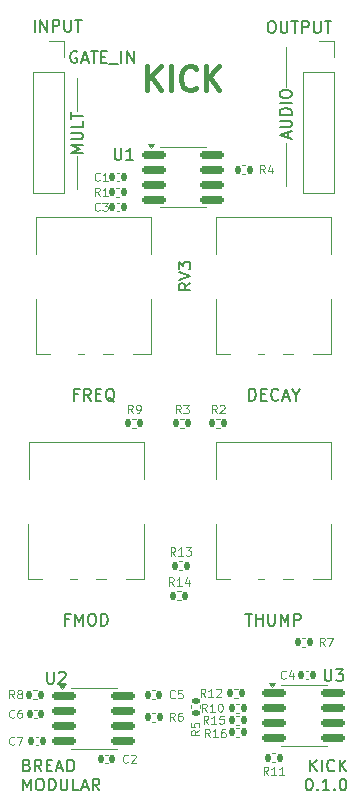
<source format=gbr>
%TF.GenerationSoftware,KiCad,Pcbnew,8.0.5*%
%TF.CreationDate,2024-11-22T15:59:57+05:30*%
%TF.ProjectId,kick,6b69636b-2e6b-4696-9361-645f70636258,rev?*%
%TF.SameCoordinates,Original*%
%TF.FileFunction,Legend,Top*%
%TF.FilePolarity,Positive*%
%FSLAX46Y46*%
G04 Gerber Fmt 4.6, Leading zero omitted, Abs format (unit mm)*
G04 Created by KiCad (PCBNEW 8.0.5) date 2024-11-22 15:59:57*
%MOMM*%
%LPD*%
G01*
G04 APERTURE LIST*
G04 Aperture macros list*
%AMRoundRect*
0 Rectangle with rounded corners*
0 $1 Rounding radius*
0 $2 $3 $4 $5 $6 $7 $8 $9 X,Y pos of 4 corners*
0 Add a 4 corners polygon primitive as box body*
4,1,4,$2,$3,$4,$5,$6,$7,$8,$9,$2,$3,0*
0 Add four circle primitives for the rounded corners*
1,1,$1+$1,$2,$3*
1,1,$1+$1,$4,$5*
1,1,$1+$1,$6,$7*
1,1,$1+$1,$8,$9*
0 Add four rect primitives between the rounded corners*
20,1,$1+$1,$2,$3,$4,$5,0*
20,1,$1+$1,$4,$5,$6,$7,0*
20,1,$1+$1,$6,$7,$8,$9,0*
20,1,$1+$1,$8,$9,$2,$3,0*%
G04 Aperture macros list end*
%ADD10C,0.100000*%
%ADD11C,0.150000*%
%ADD12C,0.200000*%
%ADD13C,0.400000*%
%ADD14C,0.120000*%
%ADD15RoundRect,0.140000X-0.140000X-0.170000X0.140000X-0.170000X0.140000X0.170000X-0.140000X0.170000X0*%
%ADD16O,2.720000X3.240000*%
%ADD17R,1.800000X1.800000*%
%ADD18C,1.800000*%
%ADD19RoundRect,0.135000X-0.135000X-0.185000X0.135000X-0.185000X0.135000X0.185000X-0.135000X0.185000X0*%
%ADD20RoundRect,0.135000X0.135000X0.185000X-0.135000X0.185000X-0.135000X-0.185000X0.135000X-0.185000X0*%
%ADD21RoundRect,0.135000X0.185000X-0.135000X0.185000X0.135000X-0.185000X0.135000X-0.185000X-0.135000X0*%
%ADD22R,1.700000X1.700000*%
%ADD23O,1.700000X1.700000*%
%ADD24RoundRect,0.150000X-0.825000X-0.150000X0.825000X-0.150000X0.825000X0.150000X-0.825000X0.150000X0*%
%ADD25R,2.290000X3.000000*%
%ADD26RoundRect,0.140000X0.140000X0.170000X-0.140000X0.170000X-0.140000X-0.170000X0.140000X-0.170000X0*%
%ADD27R,2.000000X2.000000*%
%ADD28O,2.000000X2.000000*%
G04 APERTURE END LIST*
D10*
X70866000Y-52959000D02*
X70866000Y-56642000D01*
X53213000Y-47498000D02*
X53213000Y-50292000D01*
X70866000Y-48260000D02*
X70866000Y-44831000D01*
X53213000Y-54102000D02*
X53213000Y-56896000D01*
D11*
X67778571Y-74799819D02*
X67778571Y-73799819D01*
X67778571Y-73799819D02*
X68016666Y-73799819D01*
X68016666Y-73799819D02*
X68159523Y-73847438D01*
X68159523Y-73847438D02*
X68254761Y-73942676D01*
X68254761Y-73942676D02*
X68302380Y-74037914D01*
X68302380Y-74037914D02*
X68349999Y-74228390D01*
X68349999Y-74228390D02*
X68349999Y-74371247D01*
X68349999Y-74371247D02*
X68302380Y-74561723D01*
X68302380Y-74561723D02*
X68254761Y-74656961D01*
X68254761Y-74656961D02*
X68159523Y-74752200D01*
X68159523Y-74752200D02*
X68016666Y-74799819D01*
X68016666Y-74799819D02*
X67778571Y-74799819D01*
X68778571Y-74276009D02*
X69111904Y-74276009D01*
X69254761Y-74799819D02*
X68778571Y-74799819D01*
X68778571Y-74799819D02*
X68778571Y-73799819D01*
X68778571Y-73799819D02*
X69254761Y-73799819D01*
X70254761Y-74704580D02*
X70207142Y-74752200D01*
X70207142Y-74752200D02*
X70064285Y-74799819D01*
X70064285Y-74799819D02*
X69969047Y-74799819D01*
X69969047Y-74799819D02*
X69826190Y-74752200D01*
X69826190Y-74752200D02*
X69730952Y-74656961D01*
X69730952Y-74656961D02*
X69683333Y-74561723D01*
X69683333Y-74561723D02*
X69635714Y-74371247D01*
X69635714Y-74371247D02*
X69635714Y-74228390D01*
X69635714Y-74228390D02*
X69683333Y-74037914D01*
X69683333Y-74037914D02*
X69730952Y-73942676D01*
X69730952Y-73942676D02*
X69826190Y-73847438D01*
X69826190Y-73847438D02*
X69969047Y-73799819D01*
X69969047Y-73799819D02*
X70064285Y-73799819D01*
X70064285Y-73799819D02*
X70207142Y-73847438D01*
X70207142Y-73847438D02*
X70254761Y-73895057D01*
X70635714Y-74514104D02*
X71111904Y-74514104D01*
X70540476Y-74799819D02*
X70873809Y-73799819D01*
X70873809Y-73799819D02*
X71207142Y-74799819D01*
X71730952Y-74323628D02*
X71730952Y-74799819D01*
X71397619Y-73799819D02*
X71730952Y-74323628D01*
X71730952Y-74323628D02*
X72064285Y-73799819D01*
X53717819Y-53839856D02*
X52717819Y-53839856D01*
X52717819Y-53839856D02*
X53432104Y-53506523D01*
X53432104Y-53506523D02*
X52717819Y-53173190D01*
X52717819Y-53173190D02*
X53717819Y-53173190D01*
X52717819Y-52696999D02*
X53527342Y-52696999D01*
X53527342Y-52696999D02*
X53622580Y-52649380D01*
X53622580Y-52649380D02*
X53670200Y-52601761D01*
X53670200Y-52601761D02*
X53717819Y-52506523D01*
X53717819Y-52506523D02*
X53717819Y-52316047D01*
X53717819Y-52316047D02*
X53670200Y-52220809D01*
X53670200Y-52220809D02*
X53622580Y-52173190D01*
X53622580Y-52173190D02*
X53527342Y-52125571D01*
X53527342Y-52125571D02*
X52717819Y-52125571D01*
X53717819Y-51173190D02*
X53717819Y-51649380D01*
X53717819Y-51649380D02*
X52717819Y-51649380D01*
X52717819Y-50982713D02*
X52717819Y-50411285D01*
X53717819Y-50696999D02*
X52717819Y-50696999D01*
X71085104Y-52569808D02*
X71085104Y-52093618D01*
X71370819Y-52665046D02*
X70370819Y-52331713D01*
X70370819Y-52331713D02*
X71370819Y-51998380D01*
X70370819Y-51665046D02*
X71180342Y-51665046D01*
X71180342Y-51665046D02*
X71275580Y-51617427D01*
X71275580Y-51617427D02*
X71323200Y-51569808D01*
X71323200Y-51569808D02*
X71370819Y-51474570D01*
X71370819Y-51474570D02*
X71370819Y-51284094D01*
X71370819Y-51284094D02*
X71323200Y-51188856D01*
X71323200Y-51188856D02*
X71275580Y-51141237D01*
X71275580Y-51141237D02*
X71180342Y-51093618D01*
X71180342Y-51093618D02*
X70370819Y-51093618D01*
X71370819Y-50617427D02*
X70370819Y-50617427D01*
X70370819Y-50617427D02*
X70370819Y-50379332D01*
X70370819Y-50379332D02*
X70418438Y-50236475D01*
X70418438Y-50236475D02*
X70513676Y-50141237D01*
X70513676Y-50141237D02*
X70608914Y-50093618D01*
X70608914Y-50093618D02*
X70799390Y-50045999D01*
X70799390Y-50045999D02*
X70942247Y-50045999D01*
X70942247Y-50045999D02*
X71132723Y-50093618D01*
X71132723Y-50093618D02*
X71227961Y-50141237D01*
X71227961Y-50141237D02*
X71323200Y-50236475D01*
X71323200Y-50236475D02*
X71370819Y-50379332D01*
X71370819Y-50379332D02*
X71370819Y-50617427D01*
X71370819Y-49617427D02*
X70370819Y-49617427D01*
X70370819Y-48950761D02*
X70370819Y-48760285D01*
X70370819Y-48760285D02*
X70418438Y-48665047D01*
X70418438Y-48665047D02*
X70513676Y-48569809D01*
X70513676Y-48569809D02*
X70704152Y-48522190D01*
X70704152Y-48522190D02*
X71037485Y-48522190D01*
X71037485Y-48522190D02*
X71227961Y-48569809D01*
X71227961Y-48569809D02*
X71323200Y-48665047D01*
X71323200Y-48665047D02*
X71370819Y-48760285D01*
X71370819Y-48760285D02*
X71370819Y-48950761D01*
X71370819Y-48950761D02*
X71323200Y-49045999D01*
X71323200Y-49045999D02*
X71227961Y-49141237D01*
X71227961Y-49141237D02*
X71037485Y-49188856D01*
X71037485Y-49188856D02*
X70704152Y-49188856D01*
X70704152Y-49188856D02*
X70513676Y-49141237D01*
X70513676Y-49141237D02*
X70418438Y-49045999D01*
X70418438Y-49045999D02*
X70370819Y-48950761D01*
X53276666Y-74276009D02*
X52943333Y-74276009D01*
X52943333Y-74799819D02*
X52943333Y-73799819D01*
X52943333Y-73799819D02*
X53419523Y-73799819D01*
X54371904Y-74799819D02*
X54038571Y-74323628D01*
X53800476Y-74799819D02*
X53800476Y-73799819D01*
X53800476Y-73799819D02*
X54181428Y-73799819D01*
X54181428Y-73799819D02*
X54276666Y-73847438D01*
X54276666Y-73847438D02*
X54324285Y-73895057D01*
X54324285Y-73895057D02*
X54371904Y-73990295D01*
X54371904Y-73990295D02*
X54371904Y-74133152D01*
X54371904Y-74133152D02*
X54324285Y-74228390D01*
X54324285Y-74228390D02*
X54276666Y-74276009D01*
X54276666Y-74276009D02*
X54181428Y-74323628D01*
X54181428Y-74323628D02*
X53800476Y-74323628D01*
X54800476Y-74276009D02*
X55133809Y-74276009D01*
X55276666Y-74799819D02*
X54800476Y-74799819D01*
X54800476Y-74799819D02*
X54800476Y-73799819D01*
X54800476Y-73799819D02*
X55276666Y-73799819D01*
X56371904Y-74895057D02*
X56276666Y-74847438D01*
X56276666Y-74847438D02*
X56181428Y-74752200D01*
X56181428Y-74752200D02*
X56038571Y-74609342D01*
X56038571Y-74609342D02*
X55943333Y-74561723D01*
X55943333Y-74561723D02*
X55848095Y-74561723D01*
X55895714Y-74799819D02*
X55800476Y-74752200D01*
X55800476Y-74752200D02*
X55705238Y-74656961D01*
X55705238Y-74656961D02*
X55657619Y-74466485D01*
X55657619Y-74466485D02*
X55657619Y-74133152D01*
X55657619Y-74133152D02*
X55705238Y-73942676D01*
X55705238Y-73942676D02*
X55800476Y-73847438D01*
X55800476Y-73847438D02*
X55895714Y-73799819D01*
X55895714Y-73799819D02*
X56086190Y-73799819D01*
X56086190Y-73799819D02*
X56181428Y-73847438D01*
X56181428Y-73847438D02*
X56276666Y-73942676D01*
X56276666Y-73942676D02*
X56324285Y-74133152D01*
X56324285Y-74133152D02*
X56324285Y-74466485D01*
X56324285Y-74466485D02*
X56276666Y-74656961D01*
X56276666Y-74656961D02*
X56181428Y-74752200D01*
X56181428Y-74752200D02*
X56086190Y-74799819D01*
X56086190Y-74799819D02*
X55895714Y-74799819D01*
X53184588Y-45272438D02*
X53089350Y-45224819D01*
X53089350Y-45224819D02*
X52946493Y-45224819D01*
X52946493Y-45224819D02*
X52803636Y-45272438D01*
X52803636Y-45272438D02*
X52708398Y-45367676D01*
X52708398Y-45367676D02*
X52660779Y-45462914D01*
X52660779Y-45462914D02*
X52613160Y-45653390D01*
X52613160Y-45653390D02*
X52613160Y-45796247D01*
X52613160Y-45796247D02*
X52660779Y-45986723D01*
X52660779Y-45986723D02*
X52708398Y-46081961D01*
X52708398Y-46081961D02*
X52803636Y-46177200D01*
X52803636Y-46177200D02*
X52946493Y-46224819D01*
X52946493Y-46224819D02*
X53041731Y-46224819D01*
X53041731Y-46224819D02*
X53184588Y-46177200D01*
X53184588Y-46177200D02*
X53232207Y-46129580D01*
X53232207Y-46129580D02*
X53232207Y-45796247D01*
X53232207Y-45796247D02*
X53041731Y-45796247D01*
X53613160Y-45939104D02*
X54089350Y-45939104D01*
X53517922Y-46224819D02*
X53851255Y-45224819D01*
X53851255Y-45224819D02*
X54184588Y-46224819D01*
X54375065Y-45224819D02*
X54946493Y-45224819D01*
X54660779Y-46224819D02*
X54660779Y-45224819D01*
X55279827Y-45701009D02*
X55613160Y-45701009D01*
X55756017Y-46224819D02*
X55279827Y-46224819D01*
X55279827Y-46224819D02*
X55279827Y-45224819D01*
X55279827Y-45224819D02*
X55756017Y-45224819D01*
X55946494Y-46320057D02*
X56708398Y-46320057D01*
X56946494Y-46224819D02*
X56946494Y-45224819D01*
X57422684Y-46224819D02*
X57422684Y-45224819D01*
X57422684Y-45224819D02*
X57994112Y-46224819D01*
X57994112Y-46224819D02*
X57994112Y-45224819D01*
X49612779Y-43557819D02*
X49612779Y-42557819D01*
X50088969Y-43557819D02*
X50088969Y-42557819D01*
X50088969Y-42557819D02*
X50660397Y-43557819D01*
X50660397Y-43557819D02*
X50660397Y-42557819D01*
X51136588Y-43557819D02*
X51136588Y-42557819D01*
X51136588Y-42557819D02*
X51517540Y-42557819D01*
X51517540Y-42557819D02*
X51612778Y-42605438D01*
X51612778Y-42605438D02*
X51660397Y-42653057D01*
X51660397Y-42653057D02*
X51708016Y-42748295D01*
X51708016Y-42748295D02*
X51708016Y-42891152D01*
X51708016Y-42891152D02*
X51660397Y-42986390D01*
X51660397Y-42986390D02*
X51612778Y-43034009D01*
X51612778Y-43034009D02*
X51517540Y-43081628D01*
X51517540Y-43081628D02*
X51136588Y-43081628D01*
X52136588Y-42557819D02*
X52136588Y-43367342D01*
X52136588Y-43367342D02*
X52184207Y-43462580D01*
X52184207Y-43462580D02*
X52231826Y-43510200D01*
X52231826Y-43510200D02*
X52327064Y-43557819D01*
X52327064Y-43557819D02*
X52517540Y-43557819D01*
X52517540Y-43557819D02*
X52612778Y-43510200D01*
X52612778Y-43510200D02*
X52660397Y-43462580D01*
X52660397Y-43462580D02*
X52708016Y-43367342D01*
X52708016Y-43367342D02*
X52708016Y-42557819D01*
X53041350Y-42557819D02*
X53612778Y-42557819D01*
X53327064Y-43557819D02*
X53327064Y-42557819D01*
D12*
X72957327Y-106207275D02*
X72957327Y-105207275D01*
X73528755Y-106207275D02*
X73100184Y-105635846D01*
X73528755Y-105207275D02*
X72957327Y-105778703D01*
X73957327Y-106207275D02*
X73957327Y-105207275D01*
X75004945Y-106112036D02*
X74957326Y-106159656D01*
X74957326Y-106159656D02*
X74814469Y-106207275D01*
X74814469Y-106207275D02*
X74719231Y-106207275D01*
X74719231Y-106207275D02*
X74576374Y-106159656D01*
X74576374Y-106159656D02*
X74481136Y-106064417D01*
X74481136Y-106064417D02*
X74433517Y-105969179D01*
X74433517Y-105969179D02*
X74385898Y-105778703D01*
X74385898Y-105778703D02*
X74385898Y-105635846D01*
X74385898Y-105635846D02*
X74433517Y-105445370D01*
X74433517Y-105445370D02*
X74481136Y-105350132D01*
X74481136Y-105350132D02*
X74576374Y-105254894D01*
X74576374Y-105254894D02*
X74719231Y-105207275D01*
X74719231Y-105207275D02*
X74814469Y-105207275D01*
X74814469Y-105207275D02*
X74957326Y-105254894D01*
X74957326Y-105254894D02*
X75004945Y-105302513D01*
X75433517Y-106207275D02*
X75433517Y-105207275D01*
X76004945Y-106207275D02*
X75576374Y-105635846D01*
X76004945Y-105207275D02*
X75433517Y-105778703D01*
X72814470Y-106817219D02*
X72909708Y-106817219D01*
X72909708Y-106817219D02*
X73004946Y-106864838D01*
X73004946Y-106864838D02*
X73052565Y-106912457D01*
X73052565Y-106912457D02*
X73100184Y-107007695D01*
X73100184Y-107007695D02*
X73147803Y-107198171D01*
X73147803Y-107198171D02*
X73147803Y-107436266D01*
X73147803Y-107436266D02*
X73100184Y-107626742D01*
X73100184Y-107626742D02*
X73052565Y-107721980D01*
X73052565Y-107721980D02*
X73004946Y-107769600D01*
X73004946Y-107769600D02*
X72909708Y-107817219D01*
X72909708Y-107817219D02*
X72814470Y-107817219D01*
X72814470Y-107817219D02*
X72719232Y-107769600D01*
X72719232Y-107769600D02*
X72671613Y-107721980D01*
X72671613Y-107721980D02*
X72623994Y-107626742D01*
X72623994Y-107626742D02*
X72576375Y-107436266D01*
X72576375Y-107436266D02*
X72576375Y-107198171D01*
X72576375Y-107198171D02*
X72623994Y-107007695D01*
X72623994Y-107007695D02*
X72671613Y-106912457D01*
X72671613Y-106912457D02*
X72719232Y-106864838D01*
X72719232Y-106864838D02*
X72814470Y-106817219D01*
X73576375Y-107721980D02*
X73623994Y-107769600D01*
X73623994Y-107769600D02*
X73576375Y-107817219D01*
X73576375Y-107817219D02*
X73528756Y-107769600D01*
X73528756Y-107769600D02*
X73576375Y-107721980D01*
X73576375Y-107721980D02*
X73576375Y-107817219D01*
X74576374Y-107817219D02*
X74004946Y-107817219D01*
X74290660Y-107817219D02*
X74290660Y-106817219D01*
X74290660Y-106817219D02*
X74195422Y-106960076D01*
X74195422Y-106960076D02*
X74100184Y-107055314D01*
X74100184Y-107055314D02*
X74004946Y-107102933D01*
X75004946Y-107721980D02*
X75052565Y-107769600D01*
X75052565Y-107769600D02*
X75004946Y-107817219D01*
X75004946Y-107817219D02*
X74957327Y-107769600D01*
X74957327Y-107769600D02*
X75004946Y-107721980D01*
X75004946Y-107721980D02*
X75004946Y-107817219D01*
X75671612Y-106817219D02*
X75766850Y-106817219D01*
X75766850Y-106817219D02*
X75862088Y-106864838D01*
X75862088Y-106864838D02*
X75909707Y-106912457D01*
X75909707Y-106912457D02*
X75957326Y-107007695D01*
X75957326Y-107007695D02*
X76004945Y-107198171D01*
X76004945Y-107198171D02*
X76004945Y-107436266D01*
X76004945Y-107436266D02*
X75957326Y-107626742D01*
X75957326Y-107626742D02*
X75909707Y-107721980D01*
X75909707Y-107721980D02*
X75862088Y-107769600D01*
X75862088Y-107769600D02*
X75766850Y-107817219D01*
X75766850Y-107817219D02*
X75671612Y-107817219D01*
X75671612Y-107817219D02*
X75576374Y-107769600D01*
X75576374Y-107769600D02*
X75528755Y-107721980D01*
X75528755Y-107721980D02*
X75481136Y-107626742D01*
X75481136Y-107626742D02*
X75433517Y-107436266D01*
X75433517Y-107436266D02*
X75433517Y-107198171D01*
X75433517Y-107198171D02*
X75481136Y-107007695D01*
X75481136Y-107007695D02*
X75528755Y-106912457D01*
X75528755Y-106912457D02*
X75576374Y-106864838D01*
X75576374Y-106864838D02*
X75671612Y-106817219D01*
D13*
X59159347Y-48502438D02*
X59159347Y-46502438D01*
X60302204Y-48502438D02*
X59445061Y-47359580D01*
X60302204Y-46502438D02*
X59159347Y-47645295D01*
X61159347Y-48502438D02*
X61159347Y-46502438D01*
X63254585Y-48311961D02*
X63159347Y-48407200D01*
X63159347Y-48407200D02*
X62873633Y-48502438D01*
X62873633Y-48502438D02*
X62683157Y-48502438D01*
X62683157Y-48502438D02*
X62397442Y-48407200D01*
X62397442Y-48407200D02*
X62206966Y-48216723D01*
X62206966Y-48216723D02*
X62111728Y-48026247D01*
X62111728Y-48026247D02*
X62016490Y-47645295D01*
X62016490Y-47645295D02*
X62016490Y-47359580D01*
X62016490Y-47359580D02*
X62111728Y-46978628D01*
X62111728Y-46978628D02*
X62206966Y-46788152D01*
X62206966Y-46788152D02*
X62397442Y-46597676D01*
X62397442Y-46597676D02*
X62683157Y-46502438D01*
X62683157Y-46502438D02*
X62873633Y-46502438D01*
X62873633Y-46502438D02*
X63159347Y-46597676D01*
X63159347Y-46597676D02*
X63254585Y-46692914D01*
X64111728Y-48502438D02*
X64111728Y-46502438D01*
X65254585Y-48502438D02*
X64397442Y-47359580D01*
X65254585Y-46502438D02*
X64111728Y-47645295D01*
D11*
X52522619Y-93326009D02*
X52189286Y-93326009D01*
X52189286Y-93849819D02*
X52189286Y-92849819D01*
X52189286Y-92849819D02*
X52665476Y-92849819D01*
X53046429Y-93849819D02*
X53046429Y-92849819D01*
X53046429Y-92849819D02*
X53379762Y-93564104D01*
X53379762Y-93564104D02*
X53713095Y-92849819D01*
X53713095Y-92849819D02*
X53713095Y-93849819D01*
X54379762Y-92849819D02*
X54570238Y-92849819D01*
X54570238Y-92849819D02*
X54665476Y-92897438D01*
X54665476Y-92897438D02*
X54760714Y-92992676D01*
X54760714Y-92992676D02*
X54808333Y-93183152D01*
X54808333Y-93183152D02*
X54808333Y-93516485D01*
X54808333Y-93516485D02*
X54760714Y-93706961D01*
X54760714Y-93706961D02*
X54665476Y-93802200D01*
X54665476Y-93802200D02*
X54570238Y-93849819D01*
X54570238Y-93849819D02*
X54379762Y-93849819D01*
X54379762Y-93849819D02*
X54284524Y-93802200D01*
X54284524Y-93802200D02*
X54189286Y-93706961D01*
X54189286Y-93706961D02*
X54141667Y-93516485D01*
X54141667Y-93516485D02*
X54141667Y-93183152D01*
X54141667Y-93183152D02*
X54189286Y-92992676D01*
X54189286Y-92992676D02*
X54284524Y-92897438D01*
X54284524Y-92897438D02*
X54379762Y-92849819D01*
X55236905Y-93849819D02*
X55236905Y-92849819D01*
X55236905Y-92849819D02*
X55475000Y-92849819D01*
X55475000Y-92849819D02*
X55617857Y-92897438D01*
X55617857Y-92897438D02*
X55713095Y-92992676D01*
X55713095Y-92992676D02*
X55760714Y-93087914D01*
X55760714Y-93087914D02*
X55808333Y-93278390D01*
X55808333Y-93278390D02*
X55808333Y-93421247D01*
X55808333Y-93421247D02*
X55760714Y-93611723D01*
X55760714Y-93611723D02*
X55713095Y-93706961D01*
X55713095Y-93706961D02*
X55617857Y-93802200D01*
X55617857Y-93802200D02*
X55475000Y-93849819D01*
X55475000Y-93849819D02*
X55236905Y-93849819D01*
X69593220Y-42684819D02*
X69783696Y-42684819D01*
X69783696Y-42684819D02*
X69878934Y-42732438D01*
X69878934Y-42732438D02*
X69974172Y-42827676D01*
X69974172Y-42827676D02*
X70021791Y-43018152D01*
X70021791Y-43018152D02*
X70021791Y-43351485D01*
X70021791Y-43351485D02*
X69974172Y-43541961D01*
X69974172Y-43541961D02*
X69878934Y-43637200D01*
X69878934Y-43637200D02*
X69783696Y-43684819D01*
X69783696Y-43684819D02*
X69593220Y-43684819D01*
X69593220Y-43684819D02*
X69497982Y-43637200D01*
X69497982Y-43637200D02*
X69402744Y-43541961D01*
X69402744Y-43541961D02*
X69355125Y-43351485D01*
X69355125Y-43351485D02*
X69355125Y-43018152D01*
X69355125Y-43018152D02*
X69402744Y-42827676D01*
X69402744Y-42827676D02*
X69497982Y-42732438D01*
X69497982Y-42732438D02*
X69593220Y-42684819D01*
X70450363Y-42684819D02*
X70450363Y-43494342D01*
X70450363Y-43494342D02*
X70497982Y-43589580D01*
X70497982Y-43589580D02*
X70545601Y-43637200D01*
X70545601Y-43637200D02*
X70640839Y-43684819D01*
X70640839Y-43684819D02*
X70831315Y-43684819D01*
X70831315Y-43684819D02*
X70926553Y-43637200D01*
X70926553Y-43637200D02*
X70974172Y-43589580D01*
X70974172Y-43589580D02*
X71021791Y-43494342D01*
X71021791Y-43494342D02*
X71021791Y-42684819D01*
X71355125Y-42684819D02*
X71926553Y-42684819D01*
X71640839Y-43684819D02*
X71640839Y-42684819D01*
X72259887Y-43684819D02*
X72259887Y-42684819D01*
X72259887Y-42684819D02*
X72640839Y-42684819D01*
X72640839Y-42684819D02*
X72736077Y-42732438D01*
X72736077Y-42732438D02*
X72783696Y-42780057D01*
X72783696Y-42780057D02*
X72831315Y-42875295D01*
X72831315Y-42875295D02*
X72831315Y-43018152D01*
X72831315Y-43018152D02*
X72783696Y-43113390D01*
X72783696Y-43113390D02*
X72736077Y-43161009D01*
X72736077Y-43161009D02*
X72640839Y-43208628D01*
X72640839Y-43208628D02*
X72259887Y-43208628D01*
X73259887Y-42684819D02*
X73259887Y-43494342D01*
X73259887Y-43494342D02*
X73307506Y-43589580D01*
X73307506Y-43589580D02*
X73355125Y-43637200D01*
X73355125Y-43637200D02*
X73450363Y-43684819D01*
X73450363Y-43684819D02*
X73640839Y-43684819D01*
X73640839Y-43684819D02*
X73736077Y-43637200D01*
X73736077Y-43637200D02*
X73783696Y-43589580D01*
X73783696Y-43589580D02*
X73831315Y-43494342D01*
X73831315Y-43494342D02*
X73831315Y-42684819D01*
X74164649Y-42684819D02*
X74736077Y-42684819D01*
X74450363Y-43684819D02*
X74450363Y-42684819D01*
X67445238Y-92849819D02*
X68016666Y-92849819D01*
X67730952Y-93849819D02*
X67730952Y-92849819D01*
X68350000Y-93849819D02*
X68350000Y-92849819D01*
X68350000Y-93326009D02*
X68921428Y-93326009D01*
X68921428Y-93849819D02*
X68921428Y-92849819D01*
X69397619Y-92849819D02*
X69397619Y-93659342D01*
X69397619Y-93659342D02*
X69445238Y-93754580D01*
X69445238Y-93754580D02*
X69492857Y-93802200D01*
X69492857Y-93802200D02*
X69588095Y-93849819D01*
X69588095Y-93849819D02*
X69778571Y-93849819D01*
X69778571Y-93849819D02*
X69873809Y-93802200D01*
X69873809Y-93802200D02*
X69921428Y-93754580D01*
X69921428Y-93754580D02*
X69969047Y-93659342D01*
X69969047Y-93659342D02*
X69969047Y-92849819D01*
X70445238Y-93849819D02*
X70445238Y-92849819D01*
X70445238Y-92849819D02*
X70778571Y-93564104D01*
X70778571Y-93564104D02*
X71111904Y-92849819D01*
X71111904Y-92849819D02*
X71111904Y-93849819D01*
X71588095Y-93849819D02*
X71588095Y-92849819D01*
X71588095Y-92849819D02*
X71969047Y-92849819D01*
X71969047Y-92849819D02*
X72064285Y-92897438D01*
X72064285Y-92897438D02*
X72111904Y-92945057D01*
X72111904Y-92945057D02*
X72159523Y-93040295D01*
X72159523Y-93040295D02*
X72159523Y-93183152D01*
X72159523Y-93183152D02*
X72111904Y-93278390D01*
X72111904Y-93278390D02*
X72064285Y-93326009D01*
X72064285Y-93326009D02*
X71969047Y-93373628D01*
X71969047Y-93373628D02*
X71588095Y-93373628D01*
D12*
X48963006Y-105683465D02*
X49105863Y-105731084D01*
X49105863Y-105731084D02*
X49153482Y-105778703D01*
X49153482Y-105778703D02*
X49201101Y-105873941D01*
X49201101Y-105873941D02*
X49201101Y-106016798D01*
X49201101Y-106016798D02*
X49153482Y-106112036D01*
X49153482Y-106112036D02*
X49105863Y-106159656D01*
X49105863Y-106159656D02*
X49010625Y-106207275D01*
X49010625Y-106207275D02*
X48629673Y-106207275D01*
X48629673Y-106207275D02*
X48629673Y-105207275D01*
X48629673Y-105207275D02*
X48963006Y-105207275D01*
X48963006Y-105207275D02*
X49058244Y-105254894D01*
X49058244Y-105254894D02*
X49105863Y-105302513D01*
X49105863Y-105302513D02*
X49153482Y-105397751D01*
X49153482Y-105397751D02*
X49153482Y-105492989D01*
X49153482Y-105492989D02*
X49105863Y-105588227D01*
X49105863Y-105588227D02*
X49058244Y-105635846D01*
X49058244Y-105635846D02*
X48963006Y-105683465D01*
X48963006Y-105683465D02*
X48629673Y-105683465D01*
X50201101Y-106207275D02*
X49867768Y-105731084D01*
X49629673Y-106207275D02*
X49629673Y-105207275D01*
X49629673Y-105207275D02*
X50010625Y-105207275D01*
X50010625Y-105207275D02*
X50105863Y-105254894D01*
X50105863Y-105254894D02*
X50153482Y-105302513D01*
X50153482Y-105302513D02*
X50201101Y-105397751D01*
X50201101Y-105397751D02*
X50201101Y-105540608D01*
X50201101Y-105540608D02*
X50153482Y-105635846D01*
X50153482Y-105635846D02*
X50105863Y-105683465D01*
X50105863Y-105683465D02*
X50010625Y-105731084D01*
X50010625Y-105731084D02*
X49629673Y-105731084D01*
X50629673Y-105683465D02*
X50963006Y-105683465D01*
X51105863Y-106207275D02*
X50629673Y-106207275D01*
X50629673Y-106207275D02*
X50629673Y-105207275D01*
X50629673Y-105207275D02*
X51105863Y-105207275D01*
X51486816Y-105921560D02*
X51963006Y-105921560D01*
X51391578Y-106207275D02*
X51724911Y-105207275D01*
X51724911Y-105207275D02*
X52058244Y-106207275D01*
X52391578Y-106207275D02*
X52391578Y-105207275D01*
X52391578Y-105207275D02*
X52629673Y-105207275D01*
X52629673Y-105207275D02*
X52772530Y-105254894D01*
X52772530Y-105254894D02*
X52867768Y-105350132D01*
X52867768Y-105350132D02*
X52915387Y-105445370D01*
X52915387Y-105445370D02*
X52963006Y-105635846D01*
X52963006Y-105635846D02*
X52963006Y-105778703D01*
X52963006Y-105778703D02*
X52915387Y-105969179D01*
X52915387Y-105969179D02*
X52867768Y-106064417D01*
X52867768Y-106064417D02*
X52772530Y-106159656D01*
X52772530Y-106159656D02*
X52629673Y-106207275D01*
X52629673Y-106207275D02*
X52391578Y-106207275D01*
X48629673Y-107817219D02*
X48629673Y-106817219D01*
X48629673Y-106817219D02*
X48963006Y-107531504D01*
X48963006Y-107531504D02*
X49296339Y-106817219D01*
X49296339Y-106817219D02*
X49296339Y-107817219D01*
X49963006Y-106817219D02*
X50153482Y-106817219D01*
X50153482Y-106817219D02*
X50248720Y-106864838D01*
X50248720Y-106864838D02*
X50343958Y-106960076D01*
X50343958Y-106960076D02*
X50391577Y-107150552D01*
X50391577Y-107150552D02*
X50391577Y-107483885D01*
X50391577Y-107483885D02*
X50343958Y-107674361D01*
X50343958Y-107674361D02*
X50248720Y-107769600D01*
X50248720Y-107769600D02*
X50153482Y-107817219D01*
X50153482Y-107817219D02*
X49963006Y-107817219D01*
X49963006Y-107817219D02*
X49867768Y-107769600D01*
X49867768Y-107769600D02*
X49772530Y-107674361D01*
X49772530Y-107674361D02*
X49724911Y-107483885D01*
X49724911Y-107483885D02*
X49724911Y-107150552D01*
X49724911Y-107150552D02*
X49772530Y-106960076D01*
X49772530Y-106960076D02*
X49867768Y-106864838D01*
X49867768Y-106864838D02*
X49963006Y-106817219D01*
X50820149Y-107817219D02*
X50820149Y-106817219D01*
X50820149Y-106817219D02*
X51058244Y-106817219D01*
X51058244Y-106817219D02*
X51201101Y-106864838D01*
X51201101Y-106864838D02*
X51296339Y-106960076D01*
X51296339Y-106960076D02*
X51343958Y-107055314D01*
X51343958Y-107055314D02*
X51391577Y-107245790D01*
X51391577Y-107245790D02*
X51391577Y-107388647D01*
X51391577Y-107388647D02*
X51343958Y-107579123D01*
X51343958Y-107579123D02*
X51296339Y-107674361D01*
X51296339Y-107674361D02*
X51201101Y-107769600D01*
X51201101Y-107769600D02*
X51058244Y-107817219D01*
X51058244Y-107817219D02*
X50820149Y-107817219D01*
X51820149Y-106817219D02*
X51820149Y-107626742D01*
X51820149Y-107626742D02*
X51867768Y-107721980D01*
X51867768Y-107721980D02*
X51915387Y-107769600D01*
X51915387Y-107769600D02*
X52010625Y-107817219D01*
X52010625Y-107817219D02*
X52201101Y-107817219D01*
X52201101Y-107817219D02*
X52296339Y-107769600D01*
X52296339Y-107769600D02*
X52343958Y-107721980D01*
X52343958Y-107721980D02*
X52391577Y-107626742D01*
X52391577Y-107626742D02*
X52391577Y-106817219D01*
X53343958Y-107817219D02*
X52867768Y-107817219D01*
X52867768Y-107817219D02*
X52867768Y-106817219D01*
X53629673Y-107531504D02*
X54105863Y-107531504D01*
X53534435Y-107817219D02*
X53867768Y-106817219D01*
X53867768Y-106817219D02*
X54201101Y-107817219D01*
X55105863Y-107817219D02*
X54772530Y-107341028D01*
X54534435Y-107817219D02*
X54534435Y-106817219D01*
X54534435Y-106817219D02*
X54915387Y-106817219D01*
X54915387Y-106817219D02*
X55010625Y-106864838D01*
X55010625Y-106864838D02*
X55058244Y-106912457D01*
X55058244Y-106912457D02*
X55105863Y-107007695D01*
X55105863Y-107007695D02*
X55105863Y-107150552D01*
X55105863Y-107150552D02*
X55058244Y-107245790D01*
X55058244Y-107245790D02*
X55010625Y-107293409D01*
X55010625Y-107293409D02*
X54915387Y-107341028D01*
X54915387Y-107341028D02*
X54534435Y-107341028D01*
D10*
X61478333Y-99946966D02*
X61445000Y-99980300D01*
X61445000Y-99980300D02*
X61345000Y-100013633D01*
X61345000Y-100013633D02*
X61278333Y-100013633D01*
X61278333Y-100013633D02*
X61178333Y-99980300D01*
X61178333Y-99980300D02*
X61111667Y-99913633D01*
X61111667Y-99913633D02*
X61078333Y-99846966D01*
X61078333Y-99846966D02*
X61045000Y-99713633D01*
X61045000Y-99713633D02*
X61045000Y-99613633D01*
X61045000Y-99613633D02*
X61078333Y-99480300D01*
X61078333Y-99480300D02*
X61111667Y-99413633D01*
X61111667Y-99413633D02*
X61178333Y-99346966D01*
X61178333Y-99346966D02*
X61278333Y-99313633D01*
X61278333Y-99313633D02*
X61345000Y-99313633D01*
X61345000Y-99313633D02*
X61445000Y-99346966D01*
X61445000Y-99346966D02*
X61478333Y-99380300D01*
X62111667Y-99313633D02*
X61778333Y-99313633D01*
X61778333Y-99313633D02*
X61745000Y-99646966D01*
X61745000Y-99646966D02*
X61778333Y-99613633D01*
X61778333Y-99613633D02*
X61845000Y-99580300D01*
X61845000Y-99580300D02*
X62011667Y-99580300D01*
X62011667Y-99580300D02*
X62078333Y-99613633D01*
X62078333Y-99613633D02*
X62111667Y-99646966D01*
X62111667Y-99646966D02*
X62145000Y-99713633D01*
X62145000Y-99713633D02*
X62145000Y-99880300D01*
X62145000Y-99880300D02*
X62111667Y-99946966D01*
X62111667Y-99946966D02*
X62078333Y-99980300D01*
X62078333Y-99980300D02*
X62011667Y-100013633D01*
X62011667Y-100013633D02*
X61845000Y-100013633D01*
X61845000Y-100013633D02*
X61778333Y-99980300D01*
X61778333Y-99980300D02*
X61745000Y-99946966D01*
X47889333Y-103883966D02*
X47856000Y-103917300D01*
X47856000Y-103917300D02*
X47756000Y-103950633D01*
X47756000Y-103950633D02*
X47689333Y-103950633D01*
X47689333Y-103950633D02*
X47589333Y-103917300D01*
X47589333Y-103917300D02*
X47522667Y-103850633D01*
X47522667Y-103850633D02*
X47489333Y-103783966D01*
X47489333Y-103783966D02*
X47456000Y-103650633D01*
X47456000Y-103650633D02*
X47456000Y-103550633D01*
X47456000Y-103550633D02*
X47489333Y-103417300D01*
X47489333Y-103417300D02*
X47522667Y-103350633D01*
X47522667Y-103350633D02*
X47589333Y-103283966D01*
X47589333Y-103283966D02*
X47689333Y-103250633D01*
X47689333Y-103250633D02*
X47756000Y-103250633D01*
X47756000Y-103250633D02*
X47856000Y-103283966D01*
X47856000Y-103283966D02*
X47889333Y-103317300D01*
X48122667Y-103250633D02*
X48589333Y-103250633D01*
X48589333Y-103250633D02*
X48289333Y-103950633D01*
X69399999Y-106490633D02*
X69166666Y-106157300D01*
X68999999Y-106490633D02*
X68999999Y-105790633D01*
X68999999Y-105790633D02*
X69266666Y-105790633D01*
X69266666Y-105790633D02*
X69333333Y-105823966D01*
X69333333Y-105823966D02*
X69366666Y-105857300D01*
X69366666Y-105857300D02*
X69399999Y-105923966D01*
X69399999Y-105923966D02*
X69399999Y-106023966D01*
X69399999Y-106023966D02*
X69366666Y-106090633D01*
X69366666Y-106090633D02*
X69333333Y-106123966D01*
X69333333Y-106123966D02*
X69266666Y-106157300D01*
X69266666Y-106157300D02*
X68999999Y-106157300D01*
X70066666Y-106490633D02*
X69666666Y-106490633D01*
X69866666Y-106490633D02*
X69866666Y-105790633D01*
X69866666Y-105790633D02*
X69799999Y-105890633D01*
X69799999Y-105890633D02*
X69733333Y-105957300D01*
X69733333Y-105957300D02*
X69666666Y-105990633D01*
X70733333Y-106490633D02*
X70333333Y-106490633D01*
X70533333Y-106490633D02*
X70533333Y-105790633D01*
X70533333Y-105790633D02*
X70466666Y-105890633D01*
X70466666Y-105890633D02*
X70400000Y-105957300D01*
X70400000Y-105957300D02*
X70333333Y-105990633D01*
X64446999Y-103315633D02*
X64213666Y-102982300D01*
X64046999Y-103315633D02*
X64046999Y-102615633D01*
X64046999Y-102615633D02*
X64313666Y-102615633D01*
X64313666Y-102615633D02*
X64380333Y-102648966D01*
X64380333Y-102648966D02*
X64413666Y-102682300D01*
X64413666Y-102682300D02*
X64446999Y-102748966D01*
X64446999Y-102748966D02*
X64446999Y-102848966D01*
X64446999Y-102848966D02*
X64413666Y-102915633D01*
X64413666Y-102915633D02*
X64380333Y-102948966D01*
X64380333Y-102948966D02*
X64313666Y-102982300D01*
X64313666Y-102982300D02*
X64046999Y-102982300D01*
X65113666Y-103315633D02*
X64713666Y-103315633D01*
X64913666Y-103315633D02*
X64913666Y-102615633D01*
X64913666Y-102615633D02*
X64846999Y-102715633D01*
X64846999Y-102715633D02*
X64780333Y-102782300D01*
X64780333Y-102782300D02*
X64713666Y-102815633D01*
X65713666Y-102615633D02*
X65580333Y-102615633D01*
X65580333Y-102615633D02*
X65513666Y-102648966D01*
X65513666Y-102648966D02*
X65480333Y-102682300D01*
X65480333Y-102682300D02*
X65413666Y-102782300D01*
X65413666Y-102782300D02*
X65380333Y-102915633D01*
X65380333Y-102915633D02*
X65380333Y-103182300D01*
X65380333Y-103182300D02*
X65413666Y-103248966D01*
X65413666Y-103248966D02*
X65447000Y-103282300D01*
X65447000Y-103282300D02*
X65513666Y-103315633D01*
X65513666Y-103315633D02*
X65647000Y-103315633D01*
X65647000Y-103315633D02*
X65713666Y-103282300D01*
X65713666Y-103282300D02*
X65747000Y-103248966D01*
X65747000Y-103248966D02*
X65780333Y-103182300D01*
X65780333Y-103182300D02*
X65780333Y-103015633D01*
X65780333Y-103015633D02*
X65747000Y-102948966D01*
X65747000Y-102948966D02*
X65713666Y-102915633D01*
X65713666Y-102915633D02*
X65647000Y-102882300D01*
X65647000Y-102882300D02*
X65513666Y-102882300D01*
X65513666Y-102882300D02*
X65447000Y-102915633D01*
X65447000Y-102915633D02*
X65413666Y-102948966D01*
X65413666Y-102948966D02*
X65380333Y-103015633D01*
X63564633Y-102736666D02*
X63231300Y-102969999D01*
X63564633Y-103136666D02*
X62864633Y-103136666D01*
X62864633Y-103136666D02*
X62864633Y-102869999D01*
X62864633Y-102869999D02*
X62897966Y-102803333D01*
X62897966Y-102803333D02*
X62931300Y-102769999D01*
X62931300Y-102769999D02*
X62997966Y-102736666D01*
X62997966Y-102736666D02*
X63097966Y-102736666D01*
X63097966Y-102736666D02*
X63164633Y-102769999D01*
X63164633Y-102769999D02*
X63197966Y-102803333D01*
X63197966Y-102803333D02*
X63231300Y-102869999D01*
X63231300Y-102869999D02*
X63231300Y-103136666D01*
X62864633Y-102103333D02*
X62864633Y-102436666D01*
X62864633Y-102436666D02*
X63197966Y-102469999D01*
X63197966Y-102469999D02*
X63164633Y-102436666D01*
X63164633Y-102436666D02*
X63131300Y-102369999D01*
X63131300Y-102369999D02*
X63131300Y-102203333D01*
X63131300Y-102203333D02*
X63164633Y-102136666D01*
X63164633Y-102136666D02*
X63197966Y-102103333D01*
X63197966Y-102103333D02*
X63264633Y-102069999D01*
X63264633Y-102069999D02*
X63431300Y-102069999D01*
X63431300Y-102069999D02*
X63497966Y-102103333D01*
X63497966Y-102103333D02*
X63531300Y-102136666D01*
X63531300Y-102136666D02*
X63564633Y-102203333D01*
X63564633Y-102203333D02*
X63564633Y-102369999D01*
X63564633Y-102369999D02*
X63531300Y-102436666D01*
X63531300Y-102436666D02*
X63497966Y-102469999D01*
D11*
X56388095Y-53429819D02*
X56388095Y-54239342D01*
X56388095Y-54239342D02*
X56435714Y-54334580D01*
X56435714Y-54334580D02*
X56483333Y-54382200D01*
X56483333Y-54382200D02*
X56578571Y-54429819D01*
X56578571Y-54429819D02*
X56769047Y-54429819D01*
X56769047Y-54429819D02*
X56864285Y-54382200D01*
X56864285Y-54382200D02*
X56911904Y-54334580D01*
X56911904Y-54334580D02*
X56959523Y-54239342D01*
X56959523Y-54239342D02*
X56959523Y-53429819D01*
X57959523Y-54429819D02*
X57388095Y-54429819D01*
X57673809Y-54429819D02*
X57673809Y-53429819D01*
X57673809Y-53429819D02*
X57578571Y-53572676D01*
X57578571Y-53572676D02*
X57483333Y-53667914D01*
X57483333Y-53667914D02*
X57388095Y-53715533D01*
D10*
X61400999Y-90461633D02*
X61167666Y-90128300D01*
X61000999Y-90461633D02*
X61000999Y-89761633D01*
X61000999Y-89761633D02*
X61267666Y-89761633D01*
X61267666Y-89761633D02*
X61334333Y-89794966D01*
X61334333Y-89794966D02*
X61367666Y-89828300D01*
X61367666Y-89828300D02*
X61400999Y-89894966D01*
X61400999Y-89894966D02*
X61400999Y-89994966D01*
X61400999Y-89994966D02*
X61367666Y-90061633D01*
X61367666Y-90061633D02*
X61334333Y-90094966D01*
X61334333Y-90094966D02*
X61267666Y-90128300D01*
X61267666Y-90128300D02*
X61000999Y-90128300D01*
X62067666Y-90461633D02*
X61667666Y-90461633D01*
X61867666Y-90461633D02*
X61867666Y-89761633D01*
X61867666Y-89761633D02*
X61800999Y-89861633D01*
X61800999Y-89861633D02*
X61734333Y-89928300D01*
X61734333Y-89928300D02*
X61667666Y-89961633D01*
X62667666Y-89994966D02*
X62667666Y-90461633D01*
X62501000Y-89728300D02*
X62334333Y-90228300D01*
X62334333Y-90228300D02*
X62767666Y-90228300D01*
D11*
X62804819Y-64860238D02*
X62328628Y-65193571D01*
X62804819Y-65431666D02*
X61804819Y-65431666D01*
X61804819Y-65431666D02*
X61804819Y-65050714D01*
X61804819Y-65050714D02*
X61852438Y-64955476D01*
X61852438Y-64955476D02*
X61900057Y-64907857D01*
X61900057Y-64907857D02*
X61995295Y-64860238D01*
X61995295Y-64860238D02*
X62138152Y-64860238D01*
X62138152Y-64860238D02*
X62233390Y-64907857D01*
X62233390Y-64907857D02*
X62281009Y-64955476D01*
X62281009Y-64955476D02*
X62328628Y-65050714D01*
X62328628Y-65050714D02*
X62328628Y-65431666D01*
X61804819Y-64574523D02*
X62804819Y-64241190D01*
X62804819Y-64241190D02*
X61804819Y-63907857D01*
X61804819Y-63669761D02*
X61804819Y-63050714D01*
X61804819Y-63050714D02*
X62185771Y-63384047D01*
X62185771Y-63384047D02*
X62185771Y-63241190D01*
X62185771Y-63241190D02*
X62233390Y-63145952D01*
X62233390Y-63145952D02*
X62281009Y-63098333D01*
X62281009Y-63098333D02*
X62376247Y-63050714D01*
X62376247Y-63050714D02*
X62614342Y-63050714D01*
X62614342Y-63050714D02*
X62709580Y-63098333D01*
X62709580Y-63098333D02*
X62757200Y-63145952D01*
X62757200Y-63145952D02*
X62804819Y-63241190D01*
X62804819Y-63241190D02*
X62804819Y-63526904D01*
X62804819Y-63526904D02*
X62757200Y-63622142D01*
X62757200Y-63622142D02*
X62709580Y-63669761D01*
D10*
X61478333Y-101918633D02*
X61245000Y-101585300D01*
X61078333Y-101918633D02*
X61078333Y-101218633D01*
X61078333Y-101218633D02*
X61345000Y-101218633D01*
X61345000Y-101218633D02*
X61411667Y-101251966D01*
X61411667Y-101251966D02*
X61445000Y-101285300D01*
X61445000Y-101285300D02*
X61478333Y-101351966D01*
X61478333Y-101351966D02*
X61478333Y-101451966D01*
X61478333Y-101451966D02*
X61445000Y-101518633D01*
X61445000Y-101518633D02*
X61411667Y-101551966D01*
X61411667Y-101551966D02*
X61345000Y-101585300D01*
X61345000Y-101585300D02*
X61078333Y-101585300D01*
X62078333Y-101218633D02*
X61945000Y-101218633D01*
X61945000Y-101218633D02*
X61878333Y-101251966D01*
X61878333Y-101251966D02*
X61845000Y-101285300D01*
X61845000Y-101285300D02*
X61778333Y-101385300D01*
X61778333Y-101385300D02*
X61745000Y-101518633D01*
X61745000Y-101518633D02*
X61745000Y-101785300D01*
X61745000Y-101785300D02*
X61778333Y-101851966D01*
X61778333Y-101851966D02*
X61811667Y-101885300D01*
X61811667Y-101885300D02*
X61878333Y-101918633D01*
X61878333Y-101918633D02*
X62011667Y-101918633D01*
X62011667Y-101918633D02*
X62078333Y-101885300D01*
X62078333Y-101885300D02*
X62111667Y-101851966D01*
X62111667Y-101851966D02*
X62145000Y-101785300D01*
X62145000Y-101785300D02*
X62145000Y-101618633D01*
X62145000Y-101618633D02*
X62111667Y-101551966D01*
X62111667Y-101551966D02*
X62078333Y-101518633D01*
X62078333Y-101518633D02*
X62011667Y-101485300D01*
X62011667Y-101485300D02*
X61878333Y-101485300D01*
X61878333Y-101485300D02*
X61811667Y-101518633D01*
X61811667Y-101518633D02*
X61778333Y-101551966D01*
X61778333Y-101551966D02*
X61745000Y-101618633D01*
X64069999Y-99886633D02*
X63836666Y-99553300D01*
X63669999Y-99886633D02*
X63669999Y-99186633D01*
X63669999Y-99186633D02*
X63936666Y-99186633D01*
X63936666Y-99186633D02*
X64003333Y-99219966D01*
X64003333Y-99219966D02*
X64036666Y-99253300D01*
X64036666Y-99253300D02*
X64069999Y-99319966D01*
X64069999Y-99319966D02*
X64069999Y-99419966D01*
X64069999Y-99419966D02*
X64036666Y-99486633D01*
X64036666Y-99486633D02*
X64003333Y-99519966D01*
X64003333Y-99519966D02*
X63936666Y-99553300D01*
X63936666Y-99553300D02*
X63669999Y-99553300D01*
X64736666Y-99886633D02*
X64336666Y-99886633D01*
X64536666Y-99886633D02*
X64536666Y-99186633D01*
X64536666Y-99186633D02*
X64469999Y-99286633D01*
X64469999Y-99286633D02*
X64403333Y-99353300D01*
X64403333Y-99353300D02*
X64336666Y-99386633D01*
X65003333Y-99253300D02*
X65036666Y-99219966D01*
X65036666Y-99219966D02*
X65103333Y-99186633D01*
X65103333Y-99186633D02*
X65270000Y-99186633D01*
X65270000Y-99186633D02*
X65336666Y-99219966D01*
X65336666Y-99219966D02*
X65370000Y-99253300D01*
X65370000Y-99253300D02*
X65403333Y-99319966D01*
X65403333Y-99319966D02*
X65403333Y-99386633D01*
X65403333Y-99386633D02*
X65370000Y-99486633D01*
X65370000Y-99486633D02*
X64970000Y-99886633D01*
X64970000Y-99886633D02*
X65403333Y-99886633D01*
X55128333Y-57468633D02*
X54895000Y-57135300D01*
X54728333Y-57468633D02*
X54728333Y-56768633D01*
X54728333Y-56768633D02*
X54995000Y-56768633D01*
X54995000Y-56768633D02*
X55061667Y-56801966D01*
X55061667Y-56801966D02*
X55095000Y-56835300D01*
X55095000Y-56835300D02*
X55128333Y-56901966D01*
X55128333Y-56901966D02*
X55128333Y-57001966D01*
X55128333Y-57001966D02*
X55095000Y-57068633D01*
X55095000Y-57068633D02*
X55061667Y-57101966D01*
X55061667Y-57101966D02*
X54995000Y-57135300D01*
X54995000Y-57135300D02*
X54728333Y-57135300D01*
X55795000Y-57468633D02*
X55395000Y-57468633D01*
X55595000Y-57468633D02*
X55595000Y-56768633D01*
X55595000Y-56768633D02*
X55528333Y-56868633D01*
X55528333Y-56868633D02*
X55461667Y-56935300D01*
X55461667Y-56935300D02*
X55395000Y-56968633D01*
X70876333Y-98295966D02*
X70843000Y-98329300D01*
X70843000Y-98329300D02*
X70743000Y-98362633D01*
X70743000Y-98362633D02*
X70676333Y-98362633D01*
X70676333Y-98362633D02*
X70576333Y-98329300D01*
X70576333Y-98329300D02*
X70509667Y-98262633D01*
X70509667Y-98262633D02*
X70476333Y-98195966D01*
X70476333Y-98195966D02*
X70443000Y-98062633D01*
X70443000Y-98062633D02*
X70443000Y-97962633D01*
X70443000Y-97962633D02*
X70476333Y-97829300D01*
X70476333Y-97829300D02*
X70509667Y-97762633D01*
X70509667Y-97762633D02*
X70576333Y-97695966D01*
X70576333Y-97695966D02*
X70676333Y-97662633D01*
X70676333Y-97662633D02*
X70743000Y-97662633D01*
X70743000Y-97662633D02*
X70843000Y-97695966D01*
X70843000Y-97695966D02*
X70876333Y-97729300D01*
X71476333Y-97895966D02*
X71476333Y-98362633D01*
X71309667Y-97629300D02*
X71143000Y-98129300D01*
X71143000Y-98129300D02*
X71576333Y-98129300D01*
X61984333Y-75883633D02*
X61751000Y-75550300D01*
X61584333Y-75883633D02*
X61584333Y-75183633D01*
X61584333Y-75183633D02*
X61851000Y-75183633D01*
X61851000Y-75183633D02*
X61917667Y-75216966D01*
X61917667Y-75216966D02*
X61951000Y-75250300D01*
X61951000Y-75250300D02*
X61984333Y-75316966D01*
X61984333Y-75316966D02*
X61984333Y-75416966D01*
X61984333Y-75416966D02*
X61951000Y-75483633D01*
X61951000Y-75483633D02*
X61917667Y-75516966D01*
X61917667Y-75516966D02*
X61851000Y-75550300D01*
X61851000Y-75550300D02*
X61584333Y-75550300D01*
X62217667Y-75183633D02*
X62651000Y-75183633D01*
X62651000Y-75183633D02*
X62417667Y-75450300D01*
X62417667Y-75450300D02*
X62517667Y-75450300D01*
X62517667Y-75450300D02*
X62584333Y-75483633D01*
X62584333Y-75483633D02*
X62617667Y-75516966D01*
X62617667Y-75516966D02*
X62651000Y-75583633D01*
X62651000Y-75583633D02*
X62651000Y-75750300D01*
X62651000Y-75750300D02*
X62617667Y-75816966D01*
X62617667Y-75816966D02*
X62584333Y-75850300D01*
X62584333Y-75850300D02*
X62517667Y-75883633D01*
X62517667Y-75883633D02*
X62317667Y-75883633D01*
X62317667Y-75883633D02*
X62251000Y-75850300D01*
X62251000Y-75850300D02*
X62217667Y-75816966D01*
X69098333Y-55563633D02*
X68865000Y-55230300D01*
X68698333Y-55563633D02*
X68698333Y-54863633D01*
X68698333Y-54863633D02*
X68965000Y-54863633D01*
X68965000Y-54863633D02*
X69031667Y-54896966D01*
X69031667Y-54896966D02*
X69065000Y-54930300D01*
X69065000Y-54930300D02*
X69098333Y-54996966D01*
X69098333Y-54996966D02*
X69098333Y-55096966D01*
X69098333Y-55096966D02*
X69065000Y-55163633D01*
X69065000Y-55163633D02*
X69031667Y-55196966D01*
X69031667Y-55196966D02*
X68965000Y-55230300D01*
X68965000Y-55230300D02*
X68698333Y-55230300D01*
X69698333Y-55096966D02*
X69698333Y-55563633D01*
X69531667Y-54830300D02*
X69365000Y-55330300D01*
X69365000Y-55330300D02*
X69798333Y-55330300D01*
X47889333Y-100013633D02*
X47656000Y-99680300D01*
X47489333Y-100013633D02*
X47489333Y-99313633D01*
X47489333Y-99313633D02*
X47756000Y-99313633D01*
X47756000Y-99313633D02*
X47822667Y-99346966D01*
X47822667Y-99346966D02*
X47856000Y-99380300D01*
X47856000Y-99380300D02*
X47889333Y-99446966D01*
X47889333Y-99446966D02*
X47889333Y-99546966D01*
X47889333Y-99546966D02*
X47856000Y-99613633D01*
X47856000Y-99613633D02*
X47822667Y-99646966D01*
X47822667Y-99646966D02*
X47756000Y-99680300D01*
X47756000Y-99680300D02*
X47489333Y-99680300D01*
X48289333Y-99613633D02*
X48222667Y-99580300D01*
X48222667Y-99580300D02*
X48189333Y-99546966D01*
X48189333Y-99546966D02*
X48156000Y-99480300D01*
X48156000Y-99480300D02*
X48156000Y-99446966D01*
X48156000Y-99446966D02*
X48189333Y-99380300D01*
X48189333Y-99380300D02*
X48222667Y-99346966D01*
X48222667Y-99346966D02*
X48289333Y-99313633D01*
X48289333Y-99313633D02*
X48422667Y-99313633D01*
X48422667Y-99313633D02*
X48489333Y-99346966D01*
X48489333Y-99346966D02*
X48522667Y-99380300D01*
X48522667Y-99380300D02*
X48556000Y-99446966D01*
X48556000Y-99446966D02*
X48556000Y-99480300D01*
X48556000Y-99480300D02*
X48522667Y-99546966D01*
X48522667Y-99546966D02*
X48489333Y-99580300D01*
X48489333Y-99580300D02*
X48422667Y-99613633D01*
X48422667Y-99613633D02*
X48289333Y-99613633D01*
X48289333Y-99613633D02*
X48222667Y-99646966D01*
X48222667Y-99646966D02*
X48189333Y-99680300D01*
X48189333Y-99680300D02*
X48156000Y-99746966D01*
X48156000Y-99746966D02*
X48156000Y-99880300D01*
X48156000Y-99880300D02*
X48189333Y-99946966D01*
X48189333Y-99946966D02*
X48222667Y-99980300D01*
X48222667Y-99980300D02*
X48289333Y-100013633D01*
X48289333Y-100013633D02*
X48422667Y-100013633D01*
X48422667Y-100013633D02*
X48489333Y-99980300D01*
X48489333Y-99980300D02*
X48522667Y-99946966D01*
X48522667Y-99946966D02*
X48556000Y-99880300D01*
X48556000Y-99880300D02*
X48556000Y-99746966D01*
X48556000Y-99746966D02*
X48522667Y-99680300D01*
X48522667Y-99680300D02*
X48489333Y-99646966D01*
X48489333Y-99646966D02*
X48422667Y-99613633D01*
X57920333Y-75856633D02*
X57687000Y-75523300D01*
X57520333Y-75856633D02*
X57520333Y-75156633D01*
X57520333Y-75156633D02*
X57787000Y-75156633D01*
X57787000Y-75156633D02*
X57853667Y-75189966D01*
X57853667Y-75189966D02*
X57887000Y-75223300D01*
X57887000Y-75223300D02*
X57920333Y-75289966D01*
X57920333Y-75289966D02*
X57920333Y-75389966D01*
X57920333Y-75389966D02*
X57887000Y-75456633D01*
X57887000Y-75456633D02*
X57853667Y-75489966D01*
X57853667Y-75489966D02*
X57787000Y-75523300D01*
X57787000Y-75523300D02*
X57520333Y-75523300D01*
X58253667Y-75856633D02*
X58387000Y-75856633D01*
X58387000Y-75856633D02*
X58453667Y-75823300D01*
X58453667Y-75823300D02*
X58487000Y-75789966D01*
X58487000Y-75789966D02*
X58553667Y-75689966D01*
X58553667Y-75689966D02*
X58587000Y-75556633D01*
X58587000Y-75556633D02*
X58587000Y-75289966D01*
X58587000Y-75289966D02*
X58553667Y-75223300D01*
X58553667Y-75223300D02*
X58520333Y-75189966D01*
X58520333Y-75189966D02*
X58453667Y-75156633D01*
X58453667Y-75156633D02*
X58320333Y-75156633D01*
X58320333Y-75156633D02*
X58253667Y-75189966D01*
X58253667Y-75189966D02*
X58220333Y-75223300D01*
X58220333Y-75223300D02*
X58187000Y-75289966D01*
X58187000Y-75289966D02*
X58187000Y-75456633D01*
X58187000Y-75456633D02*
X58220333Y-75523300D01*
X58220333Y-75523300D02*
X58253667Y-75556633D01*
X58253667Y-75556633D02*
X58320333Y-75589966D01*
X58320333Y-75589966D02*
X58453667Y-75589966D01*
X58453667Y-75589966D02*
X58520333Y-75556633D01*
X58520333Y-75556633D02*
X58553667Y-75523300D01*
X58553667Y-75523300D02*
X58587000Y-75456633D01*
X55128333Y-56131966D02*
X55095000Y-56165300D01*
X55095000Y-56165300D02*
X54995000Y-56198633D01*
X54995000Y-56198633D02*
X54928333Y-56198633D01*
X54928333Y-56198633D02*
X54828333Y-56165300D01*
X54828333Y-56165300D02*
X54761667Y-56098633D01*
X54761667Y-56098633D02*
X54728333Y-56031966D01*
X54728333Y-56031966D02*
X54695000Y-55898633D01*
X54695000Y-55898633D02*
X54695000Y-55798633D01*
X54695000Y-55798633D02*
X54728333Y-55665300D01*
X54728333Y-55665300D02*
X54761667Y-55598633D01*
X54761667Y-55598633D02*
X54828333Y-55531966D01*
X54828333Y-55531966D02*
X54928333Y-55498633D01*
X54928333Y-55498633D02*
X54995000Y-55498633D01*
X54995000Y-55498633D02*
X55095000Y-55531966D01*
X55095000Y-55531966D02*
X55128333Y-55565300D01*
X55795000Y-56198633D02*
X55395000Y-56198633D01*
X55595000Y-56198633D02*
X55595000Y-55498633D01*
X55595000Y-55498633D02*
X55528333Y-55598633D01*
X55528333Y-55598633D02*
X55461667Y-55665300D01*
X55461667Y-55665300D02*
X55395000Y-55698633D01*
X55128333Y-58671966D02*
X55095000Y-58705300D01*
X55095000Y-58705300D02*
X54995000Y-58738633D01*
X54995000Y-58738633D02*
X54928333Y-58738633D01*
X54928333Y-58738633D02*
X54828333Y-58705300D01*
X54828333Y-58705300D02*
X54761667Y-58638633D01*
X54761667Y-58638633D02*
X54728333Y-58571966D01*
X54728333Y-58571966D02*
X54695000Y-58438633D01*
X54695000Y-58438633D02*
X54695000Y-58338633D01*
X54695000Y-58338633D02*
X54728333Y-58205300D01*
X54728333Y-58205300D02*
X54761667Y-58138633D01*
X54761667Y-58138633D02*
X54828333Y-58071966D01*
X54828333Y-58071966D02*
X54928333Y-58038633D01*
X54928333Y-58038633D02*
X54995000Y-58038633D01*
X54995000Y-58038633D02*
X55095000Y-58071966D01*
X55095000Y-58071966D02*
X55128333Y-58105300D01*
X55361667Y-58038633D02*
X55795000Y-58038633D01*
X55795000Y-58038633D02*
X55561667Y-58305300D01*
X55561667Y-58305300D02*
X55661667Y-58305300D01*
X55661667Y-58305300D02*
X55728333Y-58338633D01*
X55728333Y-58338633D02*
X55761667Y-58371966D01*
X55761667Y-58371966D02*
X55795000Y-58438633D01*
X55795000Y-58438633D02*
X55795000Y-58605300D01*
X55795000Y-58605300D02*
X55761667Y-58671966D01*
X55761667Y-58671966D02*
X55728333Y-58705300D01*
X55728333Y-58705300D02*
X55661667Y-58738633D01*
X55661667Y-58738633D02*
X55461667Y-58738633D01*
X55461667Y-58738633D02*
X55395000Y-58705300D01*
X55395000Y-58705300D02*
X55361667Y-58671966D01*
X65032333Y-75883633D02*
X64799000Y-75550300D01*
X64632333Y-75883633D02*
X64632333Y-75183633D01*
X64632333Y-75183633D02*
X64899000Y-75183633D01*
X64899000Y-75183633D02*
X64965667Y-75216966D01*
X64965667Y-75216966D02*
X64999000Y-75250300D01*
X64999000Y-75250300D02*
X65032333Y-75316966D01*
X65032333Y-75316966D02*
X65032333Y-75416966D01*
X65032333Y-75416966D02*
X64999000Y-75483633D01*
X64999000Y-75483633D02*
X64965667Y-75516966D01*
X64965667Y-75516966D02*
X64899000Y-75550300D01*
X64899000Y-75550300D02*
X64632333Y-75550300D01*
X65299000Y-75250300D02*
X65332333Y-75216966D01*
X65332333Y-75216966D02*
X65399000Y-75183633D01*
X65399000Y-75183633D02*
X65565667Y-75183633D01*
X65565667Y-75183633D02*
X65632333Y-75216966D01*
X65632333Y-75216966D02*
X65665667Y-75250300D01*
X65665667Y-75250300D02*
X65699000Y-75316966D01*
X65699000Y-75316966D02*
X65699000Y-75383633D01*
X65699000Y-75383633D02*
X65665667Y-75483633D01*
X65665667Y-75483633D02*
X65265667Y-75883633D01*
X65265667Y-75883633D02*
X65699000Y-75883633D01*
X47889333Y-101597966D02*
X47856000Y-101631300D01*
X47856000Y-101631300D02*
X47756000Y-101664633D01*
X47756000Y-101664633D02*
X47689333Y-101664633D01*
X47689333Y-101664633D02*
X47589333Y-101631300D01*
X47589333Y-101631300D02*
X47522667Y-101564633D01*
X47522667Y-101564633D02*
X47489333Y-101497966D01*
X47489333Y-101497966D02*
X47456000Y-101364633D01*
X47456000Y-101364633D02*
X47456000Y-101264633D01*
X47456000Y-101264633D02*
X47489333Y-101131300D01*
X47489333Y-101131300D02*
X47522667Y-101064633D01*
X47522667Y-101064633D02*
X47589333Y-100997966D01*
X47589333Y-100997966D02*
X47689333Y-100964633D01*
X47689333Y-100964633D02*
X47756000Y-100964633D01*
X47756000Y-100964633D02*
X47856000Y-100997966D01*
X47856000Y-100997966D02*
X47889333Y-101031300D01*
X48489333Y-100964633D02*
X48356000Y-100964633D01*
X48356000Y-100964633D02*
X48289333Y-100997966D01*
X48289333Y-100997966D02*
X48256000Y-101031300D01*
X48256000Y-101031300D02*
X48189333Y-101131300D01*
X48189333Y-101131300D02*
X48156000Y-101264633D01*
X48156000Y-101264633D02*
X48156000Y-101531300D01*
X48156000Y-101531300D02*
X48189333Y-101597966D01*
X48189333Y-101597966D02*
X48222667Y-101631300D01*
X48222667Y-101631300D02*
X48289333Y-101664633D01*
X48289333Y-101664633D02*
X48422667Y-101664633D01*
X48422667Y-101664633D02*
X48489333Y-101631300D01*
X48489333Y-101631300D02*
X48522667Y-101597966D01*
X48522667Y-101597966D02*
X48556000Y-101531300D01*
X48556000Y-101531300D02*
X48556000Y-101364633D01*
X48556000Y-101364633D02*
X48522667Y-101297966D01*
X48522667Y-101297966D02*
X48489333Y-101264633D01*
X48489333Y-101264633D02*
X48422667Y-101231300D01*
X48422667Y-101231300D02*
X48289333Y-101231300D01*
X48289333Y-101231300D02*
X48222667Y-101264633D01*
X48222667Y-101264633D02*
X48189333Y-101297966D01*
X48189333Y-101297966D02*
X48156000Y-101364633D01*
D11*
X74168095Y-97539819D02*
X74168095Y-98349342D01*
X74168095Y-98349342D02*
X74215714Y-98444580D01*
X74215714Y-98444580D02*
X74263333Y-98492200D01*
X74263333Y-98492200D02*
X74358571Y-98539819D01*
X74358571Y-98539819D02*
X74549047Y-98539819D01*
X74549047Y-98539819D02*
X74644285Y-98492200D01*
X74644285Y-98492200D02*
X74691904Y-98444580D01*
X74691904Y-98444580D02*
X74739523Y-98349342D01*
X74739523Y-98349342D02*
X74739523Y-97539819D01*
X75120476Y-97539819D02*
X75739523Y-97539819D01*
X75739523Y-97539819D02*
X75406190Y-97920771D01*
X75406190Y-97920771D02*
X75549047Y-97920771D01*
X75549047Y-97920771D02*
X75644285Y-97968390D01*
X75644285Y-97968390D02*
X75691904Y-98016009D01*
X75691904Y-98016009D02*
X75739523Y-98111247D01*
X75739523Y-98111247D02*
X75739523Y-98349342D01*
X75739523Y-98349342D02*
X75691904Y-98444580D01*
X75691904Y-98444580D02*
X75644285Y-98492200D01*
X75644285Y-98492200D02*
X75549047Y-98539819D01*
X75549047Y-98539819D02*
X75263333Y-98539819D01*
X75263333Y-98539819D02*
X75168095Y-98492200D01*
X75168095Y-98492200D02*
X75120476Y-98444580D01*
D10*
X57513333Y-105407966D02*
X57480000Y-105441300D01*
X57480000Y-105441300D02*
X57380000Y-105474633D01*
X57380000Y-105474633D02*
X57313333Y-105474633D01*
X57313333Y-105474633D02*
X57213333Y-105441300D01*
X57213333Y-105441300D02*
X57146667Y-105374633D01*
X57146667Y-105374633D02*
X57113333Y-105307966D01*
X57113333Y-105307966D02*
X57080000Y-105174633D01*
X57080000Y-105174633D02*
X57080000Y-105074633D01*
X57080000Y-105074633D02*
X57113333Y-104941300D01*
X57113333Y-104941300D02*
X57146667Y-104874633D01*
X57146667Y-104874633D02*
X57213333Y-104807966D01*
X57213333Y-104807966D02*
X57313333Y-104774633D01*
X57313333Y-104774633D02*
X57380000Y-104774633D01*
X57380000Y-104774633D02*
X57480000Y-104807966D01*
X57480000Y-104807966D02*
X57513333Y-104841300D01*
X57780000Y-104841300D02*
X57813333Y-104807966D01*
X57813333Y-104807966D02*
X57880000Y-104774633D01*
X57880000Y-104774633D02*
X58046667Y-104774633D01*
X58046667Y-104774633D02*
X58113333Y-104807966D01*
X58113333Y-104807966D02*
X58146667Y-104841300D01*
X58146667Y-104841300D02*
X58180000Y-104907966D01*
X58180000Y-104907966D02*
X58180000Y-104974633D01*
X58180000Y-104974633D02*
X58146667Y-105074633D01*
X58146667Y-105074633D02*
X57746667Y-105474633D01*
X57746667Y-105474633D02*
X58180000Y-105474633D01*
D11*
X50673095Y-97769819D02*
X50673095Y-98579342D01*
X50673095Y-98579342D02*
X50720714Y-98674580D01*
X50720714Y-98674580D02*
X50768333Y-98722200D01*
X50768333Y-98722200D02*
X50863571Y-98769819D01*
X50863571Y-98769819D02*
X51054047Y-98769819D01*
X51054047Y-98769819D02*
X51149285Y-98722200D01*
X51149285Y-98722200D02*
X51196904Y-98674580D01*
X51196904Y-98674580D02*
X51244523Y-98579342D01*
X51244523Y-98579342D02*
X51244523Y-97769819D01*
X51673095Y-97865057D02*
X51720714Y-97817438D01*
X51720714Y-97817438D02*
X51815952Y-97769819D01*
X51815952Y-97769819D02*
X52054047Y-97769819D01*
X52054047Y-97769819D02*
X52149285Y-97817438D01*
X52149285Y-97817438D02*
X52196904Y-97865057D01*
X52196904Y-97865057D02*
X52244523Y-97960295D01*
X52244523Y-97960295D02*
X52244523Y-98055533D01*
X52244523Y-98055533D02*
X52196904Y-98198390D01*
X52196904Y-98198390D02*
X51625476Y-98769819D01*
X51625476Y-98769819D02*
X52244523Y-98769819D01*
D10*
X61525999Y-87921633D02*
X61292666Y-87588300D01*
X61125999Y-87921633D02*
X61125999Y-87221633D01*
X61125999Y-87221633D02*
X61392666Y-87221633D01*
X61392666Y-87221633D02*
X61459333Y-87254966D01*
X61459333Y-87254966D02*
X61492666Y-87288300D01*
X61492666Y-87288300D02*
X61525999Y-87354966D01*
X61525999Y-87354966D02*
X61525999Y-87454966D01*
X61525999Y-87454966D02*
X61492666Y-87521633D01*
X61492666Y-87521633D02*
X61459333Y-87554966D01*
X61459333Y-87554966D02*
X61392666Y-87588300D01*
X61392666Y-87588300D02*
X61125999Y-87588300D01*
X62192666Y-87921633D02*
X61792666Y-87921633D01*
X61992666Y-87921633D02*
X61992666Y-87221633D01*
X61992666Y-87221633D02*
X61925999Y-87321633D01*
X61925999Y-87321633D02*
X61859333Y-87388300D01*
X61859333Y-87388300D02*
X61792666Y-87421633D01*
X62426000Y-87221633D02*
X62859333Y-87221633D01*
X62859333Y-87221633D02*
X62626000Y-87488300D01*
X62626000Y-87488300D02*
X62726000Y-87488300D01*
X62726000Y-87488300D02*
X62792666Y-87521633D01*
X62792666Y-87521633D02*
X62826000Y-87554966D01*
X62826000Y-87554966D02*
X62859333Y-87621633D01*
X62859333Y-87621633D02*
X62859333Y-87788300D01*
X62859333Y-87788300D02*
X62826000Y-87854966D01*
X62826000Y-87854966D02*
X62792666Y-87888300D01*
X62792666Y-87888300D02*
X62726000Y-87921633D01*
X62726000Y-87921633D02*
X62526000Y-87921633D01*
X62526000Y-87921633D02*
X62459333Y-87888300D01*
X62459333Y-87888300D02*
X62426000Y-87854966D01*
X74178333Y-95568633D02*
X73945000Y-95235300D01*
X73778333Y-95568633D02*
X73778333Y-94868633D01*
X73778333Y-94868633D02*
X74045000Y-94868633D01*
X74045000Y-94868633D02*
X74111667Y-94901966D01*
X74111667Y-94901966D02*
X74145000Y-94935300D01*
X74145000Y-94935300D02*
X74178333Y-95001966D01*
X74178333Y-95001966D02*
X74178333Y-95101966D01*
X74178333Y-95101966D02*
X74145000Y-95168633D01*
X74145000Y-95168633D02*
X74111667Y-95201966D01*
X74111667Y-95201966D02*
X74045000Y-95235300D01*
X74045000Y-95235300D02*
X73778333Y-95235300D01*
X74411667Y-94868633D02*
X74878333Y-94868633D01*
X74878333Y-94868633D02*
X74578333Y-95568633D01*
X64192999Y-101156633D02*
X63959666Y-100823300D01*
X63792999Y-101156633D02*
X63792999Y-100456633D01*
X63792999Y-100456633D02*
X64059666Y-100456633D01*
X64059666Y-100456633D02*
X64126333Y-100489966D01*
X64126333Y-100489966D02*
X64159666Y-100523300D01*
X64159666Y-100523300D02*
X64192999Y-100589966D01*
X64192999Y-100589966D02*
X64192999Y-100689966D01*
X64192999Y-100689966D02*
X64159666Y-100756633D01*
X64159666Y-100756633D02*
X64126333Y-100789966D01*
X64126333Y-100789966D02*
X64059666Y-100823300D01*
X64059666Y-100823300D02*
X63792999Y-100823300D01*
X64859666Y-101156633D02*
X64459666Y-101156633D01*
X64659666Y-101156633D02*
X64659666Y-100456633D01*
X64659666Y-100456633D02*
X64592999Y-100556633D01*
X64592999Y-100556633D02*
X64526333Y-100623300D01*
X64526333Y-100623300D02*
X64459666Y-100656633D01*
X65293000Y-100456633D02*
X65359666Y-100456633D01*
X65359666Y-100456633D02*
X65426333Y-100489966D01*
X65426333Y-100489966D02*
X65459666Y-100523300D01*
X65459666Y-100523300D02*
X65493000Y-100589966D01*
X65493000Y-100589966D02*
X65526333Y-100723300D01*
X65526333Y-100723300D02*
X65526333Y-100889966D01*
X65526333Y-100889966D02*
X65493000Y-101023300D01*
X65493000Y-101023300D02*
X65459666Y-101089966D01*
X65459666Y-101089966D02*
X65426333Y-101123300D01*
X65426333Y-101123300D02*
X65359666Y-101156633D01*
X65359666Y-101156633D02*
X65293000Y-101156633D01*
X65293000Y-101156633D02*
X65226333Y-101123300D01*
X65226333Y-101123300D02*
X65193000Y-101089966D01*
X65193000Y-101089966D02*
X65159666Y-101023300D01*
X65159666Y-101023300D02*
X65126333Y-100889966D01*
X65126333Y-100889966D02*
X65126333Y-100723300D01*
X65126333Y-100723300D02*
X65159666Y-100589966D01*
X65159666Y-100589966D02*
X65193000Y-100523300D01*
X65193000Y-100523300D02*
X65226333Y-100489966D01*
X65226333Y-100489966D02*
X65293000Y-100456633D01*
X64317999Y-102172633D02*
X64084666Y-101839300D01*
X63917999Y-102172633D02*
X63917999Y-101472633D01*
X63917999Y-101472633D02*
X64184666Y-101472633D01*
X64184666Y-101472633D02*
X64251333Y-101505966D01*
X64251333Y-101505966D02*
X64284666Y-101539300D01*
X64284666Y-101539300D02*
X64317999Y-101605966D01*
X64317999Y-101605966D02*
X64317999Y-101705966D01*
X64317999Y-101705966D02*
X64284666Y-101772633D01*
X64284666Y-101772633D02*
X64251333Y-101805966D01*
X64251333Y-101805966D02*
X64184666Y-101839300D01*
X64184666Y-101839300D02*
X63917999Y-101839300D01*
X64984666Y-102172633D02*
X64584666Y-102172633D01*
X64784666Y-102172633D02*
X64784666Y-101472633D01*
X64784666Y-101472633D02*
X64717999Y-101572633D01*
X64717999Y-101572633D02*
X64651333Y-101639300D01*
X64651333Y-101639300D02*
X64584666Y-101672633D01*
X65618000Y-101472633D02*
X65284666Y-101472633D01*
X65284666Y-101472633D02*
X65251333Y-101805966D01*
X65251333Y-101805966D02*
X65284666Y-101772633D01*
X65284666Y-101772633D02*
X65351333Y-101739300D01*
X65351333Y-101739300D02*
X65518000Y-101739300D01*
X65518000Y-101739300D02*
X65584666Y-101772633D01*
X65584666Y-101772633D02*
X65618000Y-101805966D01*
X65618000Y-101805966D02*
X65651333Y-101872633D01*
X65651333Y-101872633D02*
X65651333Y-102039300D01*
X65651333Y-102039300D02*
X65618000Y-102105966D01*
X65618000Y-102105966D02*
X65584666Y-102139300D01*
X65584666Y-102139300D02*
X65518000Y-102172633D01*
X65518000Y-102172633D02*
X65351333Y-102172633D01*
X65351333Y-102172633D02*
X65284666Y-102139300D01*
X65284666Y-102139300D02*
X65251333Y-102105966D01*
D14*
%TO.C,C5*%
X59582164Y-99335000D02*
X59797836Y-99335000D01*
X59582164Y-100055000D02*
X59797836Y-100055000D01*
%TO.C,RV2*%
X49730000Y-70885000D02*
X49730000Y-66165000D01*
X49740000Y-62355000D02*
X49740000Y-59295000D01*
X50920000Y-70885000D02*
X49740000Y-70885000D01*
X53820000Y-70885000D02*
X53290000Y-70885000D01*
X56270000Y-70885000D02*
X55440000Y-70885000D01*
X59480000Y-59295000D02*
X49740000Y-59295000D01*
X59480000Y-62355000D02*
X59480000Y-59295000D01*
X59480000Y-70885000D02*
X57990000Y-70885000D01*
X59480000Y-70885000D02*
X59480000Y-66165000D01*
%TO.C,RV4*%
X49095000Y-89935000D02*
X49095000Y-85215000D01*
X49105000Y-81405000D02*
X49105000Y-78345000D01*
X50285000Y-89935000D02*
X49105000Y-89935000D01*
X53185000Y-89935000D02*
X52655000Y-89935000D01*
X55635000Y-89935000D02*
X54805000Y-89935000D01*
X58845000Y-78345000D02*
X49105000Y-78345000D01*
X58845000Y-81405000D02*
X58845000Y-78345000D01*
X58845000Y-89935000D02*
X57355000Y-89935000D01*
X58845000Y-89935000D02*
X58845000Y-85215000D01*
%TO.C,C7*%
X49704164Y-103272000D02*
X49919836Y-103272000D01*
X49704164Y-103992000D02*
X49919836Y-103992000D01*
%TO.C,R11*%
X69694359Y-104649000D02*
X70001641Y-104649000D01*
X69694359Y-105409000D02*
X70001641Y-105409000D01*
%TO.C,R16*%
X66953641Y-103250000D02*
X66646359Y-103250000D01*
X66953641Y-102490000D02*
X66646359Y-102490000D01*
%TO.C,R5*%
X62866000Y-100866641D02*
X62866000Y-100559359D01*
X63626000Y-100866641D02*
X63626000Y-100559359D01*
%TO.C,INPUT1*%
X49470000Y-46990000D02*
X49470000Y-57210000D01*
X49470000Y-46990000D02*
X52130000Y-46990000D01*
X49470000Y-57210000D02*
X52130000Y-57210000D01*
X50800000Y-44390000D02*
X52130000Y-44390000D01*
X52130000Y-44390000D02*
X52130000Y-45720000D01*
X52130000Y-46990000D02*
X52130000Y-57210000D01*
%TO.C,U1*%
X62165000Y-53320000D02*
X60215000Y-53320000D01*
X62165000Y-53320000D02*
X64115000Y-53320000D01*
X62165000Y-58440000D02*
X60215000Y-58440000D01*
X62165000Y-58440000D02*
X64115000Y-58440000D01*
X59465000Y-53415000D02*
X59225000Y-53085000D01*
X59705000Y-53085000D01*
X59465000Y-53415000D01*
G36*
X59465000Y-53415000D02*
G01*
X59225000Y-53085000D01*
X59705000Y-53085000D01*
X59465000Y-53415000D01*
G37*
%TO.C,R14*%
X61697359Y-90933000D02*
X62004641Y-90933000D01*
X61697359Y-91693000D02*
X62004641Y-91693000D01*
%TO.C,RV3*%
X64970000Y-70885000D02*
X64970000Y-66165000D01*
X64980000Y-62355000D02*
X64980000Y-59295000D01*
X66160000Y-70885000D02*
X64980000Y-70885000D01*
X69060000Y-70885000D02*
X68530000Y-70885000D01*
X71510000Y-70885000D02*
X70680000Y-70885000D01*
X74720000Y-59295000D02*
X64980000Y-59295000D01*
X74720000Y-62355000D02*
X74720000Y-59295000D01*
X74720000Y-70885000D02*
X73230000Y-70885000D01*
X74720000Y-70885000D02*
X74720000Y-66165000D01*
%TO.C,R6*%
X59843641Y-101220000D02*
X59536359Y-101220000D01*
X59843641Y-101980000D02*
X59536359Y-101980000D01*
%TO.C,R12*%
X66830641Y-99188000D02*
X66523359Y-99188000D01*
X66830641Y-99948000D02*
X66523359Y-99948000D01*
%TO.C,R1*%
X56486359Y-56770000D02*
X56793641Y-56770000D01*
X56486359Y-57530000D02*
X56793641Y-57530000D01*
%TO.C,C4*%
X72779836Y-97684000D02*
X72564164Y-97684000D01*
X72779836Y-98404000D02*
X72564164Y-98404000D01*
%TO.C,R3*%
X62254641Y-76328000D02*
X61947359Y-76328000D01*
X62254641Y-77088000D02*
X61947359Y-77088000D01*
%TO.C,R4*%
X67156359Y-54865000D02*
X67463641Y-54865000D01*
X67156359Y-55625000D02*
X67463641Y-55625000D01*
%TO.C,R8*%
X49808641Y-99315000D02*
X49501359Y-99315000D01*
X49808641Y-100075000D02*
X49501359Y-100075000D01*
%TO.C,R9*%
X57883359Y-76328000D02*
X58190641Y-76328000D01*
X57883359Y-77088000D02*
X58190641Y-77088000D01*
%TO.C,C1*%
X56562164Y-55520000D02*
X56777836Y-55520000D01*
X56562164Y-56240000D02*
X56777836Y-56240000D01*
%TO.C,C3*%
X56562164Y-58060000D02*
X56777836Y-58060000D01*
X56562164Y-58780000D02*
X56777836Y-58780000D01*
%TO.C,R2*%
X65302641Y-76328000D02*
X64995359Y-76328000D01*
X65302641Y-77088000D02*
X64995359Y-77088000D01*
%TO.C,RV1*%
X64970000Y-89935000D02*
X64970000Y-85215000D01*
X64980000Y-81405000D02*
X64980000Y-78345000D01*
X66160000Y-89935000D02*
X64980000Y-89935000D01*
X69060000Y-89935000D02*
X68530000Y-89935000D01*
X71510000Y-89935000D02*
X70680000Y-89935000D01*
X74720000Y-78345000D02*
X64980000Y-78345000D01*
X74720000Y-81405000D02*
X74720000Y-78345000D01*
X74720000Y-89935000D02*
X73230000Y-89935000D01*
X74720000Y-89935000D02*
X74720000Y-85215000D01*
%TO.C,C6*%
X49792836Y-100986000D02*
X49577164Y-100986000D01*
X49792836Y-101706000D02*
X49577164Y-101706000D01*
%TO.C,U3*%
X72390000Y-98925000D02*
X70440000Y-98925000D01*
X72390000Y-98925000D02*
X74340000Y-98925000D01*
X72390000Y-104045000D02*
X70440000Y-104045000D01*
X72390000Y-104045000D02*
X74340000Y-104045000D01*
X69690000Y-99020000D02*
X69450000Y-98690000D01*
X69930000Y-98690000D01*
X69690000Y-99020000D01*
G36*
X69690000Y-99020000D02*
G01*
X69450000Y-98690000D01*
X69930000Y-98690000D01*
X69690000Y-99020000D01*
G37*
%TO.C,C2*%
X55832836Y-104796000D02*
X55617164Y-104796000D01*
X55832836Y-105516000D02*
X55617164Y-105516000D01*
%TO.C,U2*%
X54610000Y-99155000D02*
X52660000Y-99155000D01*
X54610000Y-99155000D02*
X56560000Y-99155000D01*
X54610000Y-104275000D02*
X52660000Y-104275000D01*
X54610000Y-104275000D02*
X56560000Y-104275000D01*
X51910000Y-99250000D02*
X51670000Y-98920000D01*
X52150000Y-98920000D01*
X51910000Y-99250000D01*
G36*
X51910000Y-99250000D02*
G01*
X51670000Y-98920000D01*
X52150000Y-98920000D01*
X51910000Y-99250000D01*
G37*
%TO.C,R13*%
X61822359Y-88393000D02*
X62129641Y-88393000D01*
X61822359Y-89153000D02*
X62129641Y-89153000D01*
%TO.C,R7*%
X72236359Y-94870000D02*
X72543641Y-94870000D01*
X72236359Y-95630000D02*
X72543641Y-95630000D01*
%TO.C,OUTPUT1*%
X72330000Y-46990000D02*
X72330000Y-57210000D01*
X72330000Y-46990000D02*
X74990000Y-46990000D01*
X72330000Y-57210000D02*
X74990000Y-57210000D01*
X73660000Y-44390000D02*
X74990000Y-44390000D01*
X74990000Y-44390000D02*
X74990000Y-45720000D01*
X74990000Y-46990000D02*
X74990000Y-57210000D01*
%TO.C,R10*%
X66953641Y-100458000D02*
X66646359Y-100458000D01*
X66953641Y-101218000D02*
X66646359Y-101218000D01*
%TO.C,R15*%
X66646359Y-101474000D02*
X66953641Y-101474000D01*
X66646359Y-102234000D02*
X66953641Y-102234000D01*
%TD*%
%LPC*%
D15*
%TO.C,C5*%
X59210000Y-99695000D03*
X60170000Y-99695000D03*
%TD*%
D16*
%TO.C,RV2*%
X49810000Y-64265000D03*
X59410000Y-64265000D03*
D17*
X52110000Y-71765000D03*
D18*
X54610000Y-71765000D03*
X57110000Y-71765000D03*
%TD*%
D16*
%TO.C,RV4*%
X49175000Y-83315000D03*
X58775000Y-83315000D03*
D17*
X51475000Y-90815000D03*
D18*
X53975000Y-90815000D03*
X56475000Y-90815000D03*
%TD*%
D15*
%TO.C,C7*%
X49332000Y-103632000D03*
X50292000Y-103632000D03*
%TD*%
D19*
%TO.C,R11*%
X69338000Y-105029000D03*
X70358000Y-105029000D03*
%TD*%
D20*
%TO.C,R16*%
X67310000Y-102870000D03*
X66290000Y-102870000D03*
%TD*%
D21*
%TO.C,R5*%
X63246000Y-101223000D03*
X63246000Y-100203000D03*
%TD*%
D22*
%TO.C,INPUT1*%
X50800000Y-45720000D03*
D23*
X50800000Y-48260000D03*
X50800000Y-50800000D03*
X50800000Y-53340000D03*
X50800000Y-55880000D03*
%TD*%
D24*
%TO.C,U1*%
X59690000Y-53975000D03*
X59690000Y-55245000D03*
X59690000Y-56515000D03*
X59690000Y-57785000D03*
X64640000Y-57785000D03*
X64640000Y-56515000D03*
X64640000Y-55245000D03*
X64640000Y-53975000D03*
D25*
X62165000Y-55880000D03*
%TD*%
D19*
%TO.C,R14*%
X61341000Y-91313000D03*
X62361000Y-91313000D03*
%TD*%
D16*
%TO.C,RV3*%
X65050000Y-64265000D03*
X74650000Y-64265000D03*
D17*
X67350000Y-71765000D03*
D18*
X69850000Y-71765000D03*
X72350000Y-71765000D03*
%TD*%
D20*
%TO.C,R6*%
X60200000Y-101600000D03*
X59180000Y-101600000D03*
%TD*%
%TO.C,R12*%
X67187000Y-99568000D03*
X66167000Y-99568000D03*
%TD*%
D19*
%TO.C,R1*%
X56130000Y-57150000D03*
X57150000Y-57150000D03*
%TD*%
D26*
%TO.C,C4*%
X73152000Y-98044000D03*
X72192000Y-98044000D03*
%TD*%
D20*
%TO.C,R3*%
X62611000Y-76708000D03*
X61591000Y-76708000D03*
%TD*%
D19*
%TO.C,R4*%
X66800000Y-55245000D03*
X67820000Y-55245000D03*
%TD*%
D20*
%TO.C,R8*%
X50165000Y-99695000D03*
X49145000Y-99695000D03*
%TD*%
D19*
%TO.C,R9*%
X57527000Y-76708000D03*
X58547000Y-76708000D03*
%TD*%
D15*
%TO.C,C1*%
X56190000Y-55880000D03*
X57150000Y-55880000D03*
%TD*%
%TO.C,C3*%
X56190000Y-58420000D03*
X57150000Y-58420000D03*
%TD*%
D20*
%TO.C,R2*%
X65659000Y-76708000D03*
X64639000Y-76708000D03*
%TD*%
D16*
%TO.C,RV1*%
X65050000Y-83315000D03*
X74650000Y-83315000D03*
D17*
X67350000Y-90815000D03*
D18*
X69850000Y-90815000D03*
X72350000Y-90815000D03*
%TD*%
D26*
%TO.C,C6*%
X50165000Y-101346000D03*
X49205000Y-101346000D03*
%TD*%
D24*
%TO.C,U3*%
X69915000Y-99580000D03*
X69915000Y-100850000D03*
X69915000Y-102120000D03*
X69915000Y-103390000D03*
X74865000Y-103390000D03*
X74865000Y-102120000D03*
X74865000Y-100850000D03*
X74865000Y-99580000D03*
D25*
X72390000Y-101485000D03*
%TD*%
D26*
%TO.C,C2*%
X56205000Y-105156000D03*
X55245000Y-105156000D03*
%TD*%
D24*
%TO.C,U2*%
X52135000Y-99810000D03*
X52135000Y-101080000D03*
X52135000Y-102350000D03*
X52135000Y-103620000D03*
X57085000Y-103620000D03*
X57085000Y-102350000D03*
X57085000Y-101080000D03*
X57085000Y-99810000D03*
D25*
X54610000Y-101715000D03*
%TD*%
D19*
%TO.C,R13*%
X61466000Y-88773000D03*
X62486000Y-88773000D03*
%TD*%
%TO.C,R7*%
X71880000Y-95250000D03*
X72900000Y-95250000D03*
%TD*%
D22*
%TO.C,OUTPUT1*%
X73660000Y-45720000D03*
D23*
X73660000Y-48260000D03*
X73660000Y-50800000D03*
X73660000Y-53340000D03*
X73660000Y-55880000D03*
%TD*%
D20*
%TO.C,R10*%
X67310000Y-100838000D03*
X66290000Y-100838000D03*
%TD*%
D19*
%TO.C,R15*%
X66290000Y-101854000D03*
X67310000Y-101854000D03*
%TD*%
D18*
%TO.C,U4*%
X68580000Y-82550000D03*
X68580000Y-85090000D03*
X55880000Y-82550000D03*
X55880000Y-85090000D03*
%TD*%
D27*
%TO.C,V_SUPPLY1*%
X55880000Y-50800000D03*
D28*
X58420000Y-50800000D03*
X60960000Y-50800000D03*
X63500000Y-50800000D03*
X66040000Y-50800000D03*
%TD*%
D27*
%TO.C,GND1*%
X55880000Y-96520000D03*
D28*
X58420000Y-96520000D03*
X60960000Y-96520000D03*
X63500000Y-96520000D03*
X66040000Y-96520000D03*
%TD*%
%LPD*%
M02*

</source>
